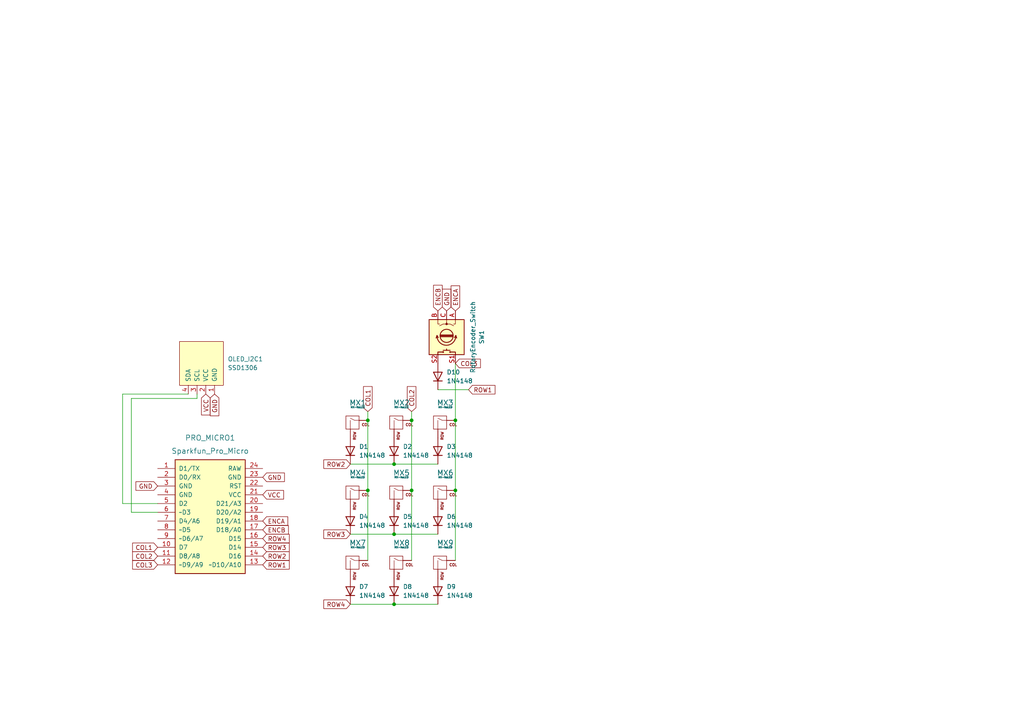
<source format=kicad_sch>
(kicad_sch (version 20211123) (generator eeschema)
  (paper "A4")
  (lib_symbols
    (symbol "Arduino:Sparkfun_Pro_Micro" (pin_names (offset 1.016))
      (property "Reference" "U" (at -8.89 21.59 0))
      (property "Value" "Sparkfun_Pro_Micro" (at 0 19.05 0))
      (symbol "Sparkfun_Pro_Micro_0_1"
        (rectangle (start -10.16 17.78) (end 10.16 -15.24) (stroke (width 0.254)) (fill (type background)))
      )
      (symbol "Sparkfun_Pro_Micro_1_1"
        (pin bidirectional line (at -15.24 15.24 0) (length 5.08) (name "D1/TX") (number "1"))
        (pin bidirectional line (at -15.24 -7.62 0) (length 5.08) (name "D7") (number "10"))
        (pin bidirectional line (at -15.24 -10.16 0) (length 5.08) (name "D8/A8") (number "11"))
        (pin bidirectional line (at -15.24 -12.7 0) (length 5.08) (name "~D9/A9") (number "12"))
        (pin bidirectional line (at 15.24 -12.7 180) (length 5.08) (name "~D10/A10") (number "13"))
        (pin bidirectional line (at 15.24 -10.16 180) (length 5.08) (name "D16") (number "14"))
        (pin bidirectional line (at 15.24 -7.62 180) (length 5.08) (name "D14") (number "15"))
        (pin bidirectional line (at 15.24 -5.08 180) (length 5.08) (name "D15") (number "16"))
        (pin bidirectional line (at 15.24 -2.54 180) (length 5.08) (name "D18/A0") (number "17"))
        (pin bidirectional line (at 15.24 0 180) (length 5.08) (name "D19/A1") (number "18"))
        (pin bidirectional line (at 15.24 2.54 180) (length 5.08) (name "D20/A2") (number "19"))
        (pin bidirectional line (at -15.24 12.7 0) (length 5.08) (name "D0/RX") (number "2"))
        (pin bidirectional line (at 15.24 5.08 180) (length 5.08) (name "D21/A3") (number "20"))
        (pin power_in line (at 15.24 7.62 180) (length 5.08) (name "VCC") (number "21"))
        (pin input line (at 15.24 10.16 180) (length 5.08) (name "RST") (number "22"))
        (pin power_in line (at 15.24 12.7 180) (length 5.08) (name "GND") (number "23"))
        (pin power_in line (at 15.24 15.24 180) (length 5.08) (name "RAW") (number "24"))
        (pin power_in line (at -15.24 10.16 0) (length 5.08) (name "GND") (number "3"))
        (pin power_in line (at -15.24 7.62 0) (length 5.08) (name "GND") (number "4"))
        (pin bidirectional line (at -15.24 5.08 0) (length 5.08) (name "D2") (number "5"))
        (pin bidirectional line (at -15.24 2.54 0) (length 5.08) (name "~D3") (number "6"))
        (pin bidirectional line (at -15.24 0 0) (length 5.08) (name "D4/A6") (number "7"))
        (pin bidirectional line (at -15.24 -2.54 0) (length 5.08) (name "~D5") (number "8"))
        (pin bidirectional line (at -15.24 -5.08 0) (length 5.08) (name "~D6/A7") (number "9"))
      )
    )
    (symbol "Device:RotaryEncoder_Switch" (pin_names (offset 0.254) hide)
      (property "Reference" "SW" (at 0 6.604 0))
      (property "Value" "RotaryEncoder_Switch" (at 0 -6.604 0))
      (symbol "RotaryEncoder_Switch_0_1"
        (rectangle (start -5.08 5.08) (end 5.08 -5.08) (stroke (width 0.254)) (fill (type background)))
        (circle (center -3.81 0) (radius 0.254) (fill (type outline)))
        (arc (start -0.381 -2.794) (mid 2.3622 -0.0508) (end -0.381 2.667) (stroke (width 0.254)))
        (circle (center -0.381 0) (radius 1.905) (stroke (width 0.254)))
        (polyline (pts (xy -0.635 -1.778) (xy -0.635 1.778)) (stroke (width 0.254)))
        (polyline (pts (xy -0.381 -1.778) (xy -0.381 1.778)) (stroke (width 0.254)))
        (polyline (pts (xy -0.127 1.778) (xy -0.127 -1.778)) (stroke (width 0.254)))
        (polyline (pts (xy 3.81 0) (xy 3.429 0)) (stroke (width 0.254)))
        (polyline (pts (xy 3.81 1.016) (xy 3.81 -1.016)) (stroke (width 0.254)))
        (polyline (pts (xy -5.08 -2.54) (xy -3.81 -2.54) (xy -3.81 -2.032)))
        (polyline (pts (xy -5.08 2.54) (xy -3.81 2.54) (xy -3.81 2.032)))
        (polyline (pts (xy 0.254 -3.048) (xy -0.508 -2.794) (xy 0.127 -2.413)) (stroke (width 0.254)))
        (polyline (pts (xy 0.254 2.921) (xy -0.508 2.667) (xy 0.127 2.286)) (stroke (width 0.254)))
        (polyline (pts (xy 5.08 -2.54) (xy 4.318 -2.54) (xy 4.318 -1.016)) (stroke (width 0.254)))
        (polyline (pts (xy 5.08 2.54) (xy 4.318 2.54) (xy 4.318 1.016)) (stroke (width 0.254)))
        (polyline (pts (xy -5.08 0) (xy -3.81 0) (xy -3.81 -1.016) (xy -3.302 -2.032)))
        (polyline (pts (xy -4.318 0) (xy -3.81 0) (xy -3.81 1.016) (xy -3.302 2.032)))
        (circle (center 4.318 -1.016) (radius 0.127) (stroke (width 0.254)))
        (circle (center 4.318 1.016) (radius 0.127) (stroke (width 0.254)))
      )
      (symbol "RotaryEncoder_Switch_1_1"
        (pin passive line (at -7.62 2.54 0) (length 2.54) (name "A") (number "A"))
        (pin passive line (at -7.62 -2.54 0) (length 2.54) (name "B") (number "B"))
        (pin passive line (at -7.62 0 0) (length 2.54) (name "C") (number "C"))
        (pin passive line (at 7.62 2.54 180) (length 2.54) (name "S1") (number "S1"))
        (pin passive line (at 7.62 -2.54 180) (length 2.54) (name "S2") (number "S2"))
      )
    )
    (symbol "Diode:1N4148" (pin_numbers hide) (pin_names (offset 1.016) hide)
      (property "Reference" "D" (at 0 2.54 0))
      (property "Value" "1N4148" (at 0 -2.54 0))
      (symbol "1N4148_0_1"
        (polyline (pts (xy -1.27 1.27) (xy -1.27 -1.27)) (stroke (width 0.254)))
        (polyline (pts (xy 1.27 0) (xy -1.27 0)))
        (polyline (pts (xy 1.27 1.27) (xy 1.27 -1.27) (xy -1.27 0) (xy 1.27 1.27)) (stroke (width 0.254)))
      )
      (symbol "1N4148_1_1"
        (pin passive line (at -3.81 0 0) (length 2.54) (name "K") (number "1"))
        (pin passive line (at 3.81 0 180) (length 2.54) (name "A") (number "2"))
      )
    )
    (symbol "MX_Alps_Hybrid:MX-NoLED" (pin_names (offset 1.016))
      (property "Reference" "MX" (at -0.635 3.81 0))
      (property "Value" "MX-NoLED" (at -0.635 1.27 0))
      (symbol "MX-NoLED_0_0"
        (rectangle (start -2.54 2.54) (end 1.27 -1.27))
        (polyline (pts (xy -1.27 -1.27) (xy -1.27 1.27)) (stroke (width 0.127)))
        (polyline (pts (xy 1.27 1.27) (xy 0 1.27) (xy -1.27 1.905)) (stroke (width 0.127)))
        (text "COL" (at 3.175 0 0) (effects (font (size 0.762 0.762))))
        (text "ROW" (at 0 -1.905 900) (effects (font (size 0.762 0.762)) (justify right)))
      )
      (symbol "MX-NoLED_1_1"
        (pin passive line (at 3.81 1.27 180) (length 2.54) (name "COL") (number "1"))
        (pin passive line (at -1.27 -3.81 90) (length 2.54) (name "ROW") (number "2"))
      )
    )
    (symbol "SSD1306-128x64_OLED:SSD1306" (pin_names (offset 1.016))
      (property "Reference" "Brd" (at 0 -3.81 0))
      (property "Value" "SSD1306" (at 0 -1.27 0))
      (symbol "SSD1306_0_1"
        (rectangle (start -6.35 6.35) (end 6.35 -6.35) (fill (type background)))
      )
      (symbol "SSD1306_1_1"
        (pin input line (at -3.81 8.89 270) (length 2.54) (name "GND") (number "1"))
        (pin input line (at -1.27 8.89 270) (length 2.54) (name "VCC") (number "2"))
        (pin input line (at 1.27 8.89 270) (length 2.54) (name "SCL") (number "3"))
        (pin input line (at 3.81 8.89 270) (length 2.54) (name "SDA") (number "4"))
      )
    )
  )
  (junction (at 106.68 142.24))
  (junction (at 119.38 142.24))
  (junction (at 114.3 175.26))
  (junction (at 114.3 154.94))
  (junction (at 106.68 121.92))
  (junction (at 132.08 121.92))
  (junction (at 119.38 121.92))
  (junction (at 132.08 142.24))
  (junction (at 114.3 134.62))
  (wire (pts (xy 119.38 142.24) (xy 119.38 162.56)))
  (wire (pts (xy 57.15 115.57) (xy 57.15 114.3)))
  (wire (pts (xy 101.6 134.62) (xy 114.3 134.62)))
  (wire (pts (xy 114.3 134.62) (xy 127 134.62)))
  (wire (pts (xy 101.6 154.94) (xy 114.3 154.94)))
  (wire (pts (xy 114.3 154.94) (xy 127 154.94)))
  (wire (pts (xy 35.56 114.3) (xy 54.61 114.3)))
  (wire (pts (xy 132.08 142.24) (xy 132.08 162.56)))
  (wire (pts (xy 132.08 121.92) (xy 132.08 142.24)))
  (wire (pts (xy 132.08 105.41) (xy 132.08 121.92)))
  (wire (pts (xy 38.1 115.57) (xy 57.15 115.57)))
  (wire (pts (xy 45.72 146.05) (xy 35.56 146.05)))
  (wire (pts (xy 45.72 148.59) (xy 38.1 148.59)))
  (wire (pts (xy 114.3 175.26) (xy 127 175.26)))
  (wire (pts (xy 35.56 146.05) (xy 35.56 114.3)))
  (wire (pts (xy 135.89 113.03) (xy 127 113.03)))
  (wire (pts (xy 106.68 142.24) (xy 106.68 162.56)))
  (wire (pts (xy 119.38 119.38) (xy 119.38 121.92)))
  (wire (pts (xy 119.38 121.92) (xy 119.38 142.24)))
  (wire (pts (xy 101.6 175.26) (xy 114.3 175.26)))
  (wire (pts (xy 106.68 121.92) (xy 106.68 142.24)))
  (wire (pts (xy 38.1 148.59) (xy 38.1 115.57)))
  (wire (pts (xy 106.68 119.38) (xy 106.68 121.92)))
  (global_label "GND" (shape input) (at 76.2 138.43 0) (property "Intersheet References" "${INTERSHEET_REFS}" (effects hide)))
  (global_label "COL2" (shape input) (at 119.38 119.38 90) (property "Intersheet References" "${INTERSHEET_REFS}" (effects hide)))
  (global_label "ENCA" (shape input) (at 76.2 151.13 0) (property "Intersheet References" "${INTERSHEET_REFS}" (effects hide)))
  (global_label "ROW4" (shape input) (at 101.6 175.26 180) (property "Intersheet References" "${INTERSHEET_REFS}" (effects hide)))
  (global_label "ENCB" (shape input) (at 76.2 153.67 0) (property "Intersheet References" "${INTERSHEET_REFS}" (effects hide)))
  (global_label "ROW1" (shape input) (at 135.89 113.03 0) (property "Intersheet References" "${INTERSHEET_REFS}" (effects hide)))
  (global_label "ROW3" (shape input) (at 76.2 158.75 0) (property "Intersheet References" "${INTERSHEET_REFS}" (effects hide)))
  (global_label "ROW2" (shape input) (at 76.2 161.29 0) (property "Intersheet References" "${INTERSHEET_REFS}" (effects hide)))
  (global_label "GND" (shape input) (at 45.72 140.97 180) (property "Intersheet References" "${INTERSHEET_REFS}" (effects hide)))
  (global_label "ROW2" (shape input) (at 101.6 134.62 180) (property "Intersheet References" "${INTERSHEET_REFS}" (effects hide)))
  (global_label "GND" (shape input) (at 129.54 90.17 90) (property "Intersheet References" "${INTERSHEET_REFS}" (effects hide)))
  (global_label "ROW1" (shape input) (at 76.2 163.83 0) (property "Intersheet References" "${INTERSHEET_REFS}" (effects hide)))
  (global_label "ROW3" (shape input) (at 101.6 154.94 180) (property "Intersheet References" "${INTERSHEET_REFS}" (effects hide)))
  (global_label "ENCB" (shape input) (at 127 90.17 90) (property "Intersheet References" "${INTERSHEET_REFS}" (effects hide)))
  (global_label "VCC" (shape input) (at 59.69 114.3 270) (property "Intersheet References" "${INTERSHEET_REFS}" (effects hide)))
  (global_label "ENCA" (shape input) (at 132.08 90.17 90) (property "Intersheet References" "${INTERSHEET_REFS}" (effects hide)))
  (global_label "COL2" (shape input) (at 45.72 161.29 180) (property "Intersheet References" "${INTERSHEET_REFS}" (effects hide)))
  (global_label "GND" (shape input) (at 62.23 114.3 270) (property "Intersheet References" "${INTERSHEET_REFS}" (effects hide)))
  (global_label "VCC" (shape input) (at 76.2 143.51 0) (property "Intersheet References" "${INTERSHEET_REFS}" (effects hide)))
  (global_label "ROW4" (shape input) (at 76.2 156.21 0) (property "Intersheet References" "${INTERSHEET_REFS}" (effects hide)))
  (global_label "COL3" (shape input) (at 132.08 105.41 0) (property "Intersheet References" "${INTERSHEET_REFS}" (effects hide)))
  (global_label "COL1" (shape input) (at 106.68 119.38 90) (property "Intersheet References" "${INTERSHEET_REFS}" (effects hide)))
  (global_label "COL1" (shape input) (at 45.72 158.75 180) (property "Intersheet References" "${INTERSHEET_REFS}" (effects hide)))
  (global_label "COL3" (shape input) (at 45.72 163.83 180) (property "Intersheet References" "${INTERSHEET_REFS}" (effects hide)))
  (symbol (lib_id "MX_Alps_Hybrid:MX-NoLED") (at 115.57 143.51 0) (unit 1)
    (property "Reference" "MX5" (at 116.4556 137.16 0) (effects (font (size 1.524 1.524))))
    (property "Value" "MX-NoLED" (at 116.4556 138.43 0) (effects (font (size 0.508 0.508))))
    (property "Footprint" "Button_Switch_Keyboard:SW_Cherry_MX_1.00u_PCB" (effects hide))
  )
  (symbol (lib_id "Diode:1N4148") (at 127 151.13 90) (unit 1)
    (property "Reference" "D6" (at 129.54 149.8599 90) (effects (justify right)))
    (property "Value" "1N4148" (at 129.54 152.3999 90) (effects (justify right)))
    (property "Footprint" "Diode_THT:D_DO-35_SOD27_P7.62mm_Horizontal" (effects hide))
    (property "Datasheet" "https://assets.nexperia.com/documents/data-sheet/1N4148_1N4448.pdf" (effects hide))
  )
  (symbol (lib_id "Diode:1N4148") (at 101.6 130.81 90) (unit 1)
    (property "Reference" "D1" (at 104.14 129.5399 90) (effects (justify right)))
    (property "Value" "1N4148" (at 104.14 132.0799 90) (effects (justify right)))
    (property "Footprint" "Diode_THT:D_DO-35_SOD27_P7.62mm_Horizontal" (effects hide))
    (property "Datasheet" "https://assets.nexperia.com/documents/data-sheet/1N4148_1N4448.pdf" (effects hide))
  )
  (symbol (lib_id "Diode:1N4148") (at 114.3 171.45 90) (unit 1)
    (property "Reference" "D8" (at 116.84 170.1799 90) (effects (justify right)))
    (property "Value" "1N4148" (at 116.84 172.7199 90) (effects (justify right)))
    (property "Footprint" "Diode_THT:D_DO-35_SOD27_P7.62mm_Horizontal" (effects hide))
    (property "Datasheet" "https://assets.nexperia.com/documents/data-sheet/1N4148_1N4448.pdf" (effects hide))
  )
  (symbol (lib_id "MX_Alps_Hybrid:MX-NoLED") (at 128.27 143.51 0) (unit 1)
    (property "Reference" "MX6" (at 129.1556 137.16 0) (effects (font (size 1.524 1.524))))
    (property "Value" "MX-NoLED" (at 129.1556 138.43 0) (effects (font (size 0.508 0.508))))
    (property "Footprint" "Button_Switch_Keyboard:SW_Cherry_MX_1.00u_PCB" (effects hide))
  )
  (symbol (lib_id "Diode:1N4148") (at 127 109.22 90) (unit 1)
    (property "Reference" "D10" (at 129.54 107.9499 90) (effects (justify right)))
    (property "Value" "1N4148" (at 129.54 110.4899 90) (effects (justify right)))
    (property "Footprint" "Diode_THT:D_DO-35_SOD27_P7.62mm_Horizontal" (effects hide))
    (property "Datasheet" "https://assets.nexperia.com/documents/data-sheet/1N4148_1N4448.pdf" (effects hide))
  )
  (symbol (lib_id "Diode:1N4148") (at 127 171.45 90) (unit 1)
    (property "Reference" "D9" (at 129.54 170.1799 90) (effects (justify right)))
    (property "Value" "1N4148" (at 129.54 172.7199 90) (effects (justify right)))
    (property "Footprint" "Diode_THT:D_DO-35_SOD27_P7.62mm_Horizontal" (effects hide))
    (property "Datasheet" "https://assets.nexperia.com/documents/data-sheet/1N4148_1N4448.pdf" (effects hide))
  )
  (symbol (lib_id "Diode:1N4148") (at 114.3 151.13 90) (unit 1)
    (property "Reference" "D5" (at 116.84 149.8599 90) (effects (justify right)))
    (property "Value" "1N4148" (at 116.84 152.3999 90) (effects (justify right)))
    (property "Footprint" "Diode_THT:D_DO-35_SOD27_P7.62mm_Horizontal" (effects hide))
    (property "Datasheet" "https://assets.nexperia.com/documents/data-sheet/1N4148_1N4448.pdf" (effects hide))
  )
  (symbol (lib_id "SSD1306-128x64_OLED:SSD1306") (at 58.42 105.41 180) (unit 1)
    (property "Reference" "OLED_I2C1" (at 66.04 104.1399 0) (effects (justify right)))
    (property "Value" "SSD1306" (at 66.04 106.6799 0) (effects (justify right)))
    (property "Footprint" "SSD1306:128x64OLED" (effects hide))
  )
  (symbol (lib_id "Diode:1N4148") (at 114.3 130.81 90) (unit 1)
    (property "Reference" "D2" (at 116.84 129.5399 90) (effects (justify right)))
    (property "Value" "1N4148" (at 116.84 132.0799 90) (effects (justify right)))
    (property "Footprint" "Diode_THT:D_DO-35_SOD27_P7.62mm_Horizontal" (effects hide))
    (property "Datasheet" "https://assets.nexperia.com/documents/data-sheet/1N4148_1N4448.pdf" (effects hide))
  )
  (symbol (lib_id "Diode:1N4148") (at 101.6 171.45 90) (unit 1)
    (property "Reference" "D7" (at 104.14 170.1799 90) (effects (justify right)))
    (property "Value" "1N4148" (at 104.14 172.7199 90) (effects (justify right)))
    (property "Footprint" "Diode_THT:D_DO-35_SOD27_P7.62mm_Horizontal" (effects hide))
    (property "Datasheet" "https://assets.nexperia.com/documents/data-sheet/1N4148_1N4448.pdf" (effects hide))
  )
  (symbol (lib_id "MX_Alps_Hybrid:MX-NoLED") (at 102.87 143.51 0) (unit 1)
    (property "Reference" "MX4" (at 103.7556 137.16 0) (effects (font (size 1.524 1.524))))
    (property "Value" "MX-NoLED" (at 103.7556 138.43 0) (effects (font (size 0.508 0.508))))
    (property "Footprint" "Button_Switch_Keyboard:SW_Cherry_MX_1.00u_PCB" (effects hide))
  )
  (symbol (lib_id "Arduino:Sparkfun_Pro_Micro") (at 60.96 151.13 0) (unit 1)
    (property "Reference" "PRO_MICRO1" (at 60.96 127 0) (effects (font (size 1.524 1.524))))
    (property "Value" "Sparkfun_Pro_Micro" (at 60.96 130.81 0) (effects (font (size 1.524 1.524))))
    (property "Footprint" "Arduino:Sparkfun_Pro_Micro" (effects hide))
    (property "Datasheet" "https://www.sparkfun.com/products/12640" (effects hide))
  )
  (symbol (lib_id "MX_Alps_Hybrid:MX-NoLED") (at 115.57 163.83 0) (unit 1)
    (property "Reference" "MX8" (at 116.4556 157.48 0) (effects (font (size 1.524 1.524))))
    (property "Value" "MX-NoLED" (at 116.4556 158.75 0) (effects (font (size 0.508 0.508))))
    (property "Footprint" "Button_Switch_Keyboard:SW_Cherry_MX_1.00u_PCB" (effects hide))
  )
  (symbol (lib_id "MX_Alps_Hybrid:MX-NoLED") (at 102.87 163.83 0) (unit 1)
    (property "Reference" "MX7" (at 103.7556 157.48 0) (effects (font (size 1.524 1.524))))
    (property "Value" "MX-NoLED" (at 103.7556 158.75 0) (effects (font (size 0.508 0.508))))
    (property "Footprint" "Button_Switch_Keyboard:SW_Cherry_MX_1.00u_PCB" (effects hide))
  )
  (symbol (lib_id "Diode:1N4148") (at 127 130.81 90) (unit 1)
    (property "Reference" "D3" (at 129.54 129.5399 90) (effects (justify right)))
    (property "Value" "1N4148" (at 129.54 132.0799 90) (effects (justify right)))
    (property "Footprint" "Diode_THT:D_DO-35_SOD27_P7.62mm_Horizontal" (effects hide))
    (property "Datasheet" "https://assets.nexperia.com/documents/data-sheet/1N4148_1N4448.pdf" (effects hide))
  )
  (symbol (lib_id "MX_Alps_Hybrid:MX-NoLED") (at 128.27 163.83 0) (unit 1)
    (property "Reference" "MX9" (at 129.1556 157.48 0) (effects (font (size 1.524 1.524))))
    (property "Value" "MX-NoLED" (at 129.1556 158.75 0) (effects (font (size 0.508 0.508))))
    (property "Footprint" "Button_Switch_Keyboard:SW_Cherry_MX_1.00u_PCB" (effects hide))
  )
  (symbol (lib_id "MX_Alps_Hybrid:MX-NoLED") (at 102.87 123.19 0) (unit 1)
    (property "Reference" "MX1" (at 103.7556 116.84 0) (effects (font (size 1.524 1.524))))
    (property "Value" "MX-NoLED" (at 103.7556 118.11 0) (effects (font (size 0.508 0.508))))
    (property "Footprint" "Button_Switch_Keyboard:SW_Cherry_MX_1.00u_PCB" (effects hide))
  )
  (symbol (lib_id "Diode:1N4148") (at 101.6 151.13 90) (unit 1)
    (property "Reference" "D4" (at 104.14 149.8599 90) (effects (justify right)))
    (property "Value" "1N4148" (at 104.14 152.3999 90) (effects (justify right)))
    (property "Footprint" "Diode_THT:D_DO-35_SOD27_P7.62mm_Horizontal" (effects hide))
    (property "Datasheet" "https://assets.nexperia.com/documents/data-sheet/1N4148_1N4448.pdf" (effects hide))
  )
  (symbol (lib_id "MX_Alps_Hybrid:MX-NoLED") (at 128.27 123.19 0) (unit 1)
    (property "Reference" "MX3" (at 129.1556 116.84 0) (effects (font (size 1.524 1.524))))
    (property "Value" "MX-NoLED" (at 129.1556 118.11 0) (effects (font (size 0.508 0.508))))
    (property "Footprint" "Button_Switch_Keyboard:SW_Cherry_MX_1.00u_PCB" (effects hide))
  )
  (symbol (lib_id "Device:RotaryEncoder_Switch") (at 129.54 97.79 270) (unit 1)
    (property "Reference" "SW1" (at 139.7 97.79 0))
    (property "Value" "RotaryEncoder_Switch" (at 137.16 97.79 0))
    (property "Footprint" "Rotary_Encoder:RotaryEncoder_Alps_EC11E-Switch_Vertical_H20mm" (effects hide))
  )
  (symbol (lib_id "MX_Alps_Hybrid:MX-NoLED") (at 115.57 123.19 0) (unit 1)
    (property "Reference" "MX2" (at 116.4556 116.84 0) (effects (font (size 1.524 1.524))))
    (property "Value" "MX-NoLED" (at 116.4556 118.11 0) (effects (font (size 0.508 0.508))))
    (property "Footprint" "Button_Switch_Keyboard:SW_Cherry_MX_1.00u_PCB" (effects hide))
  )
)
</source>
